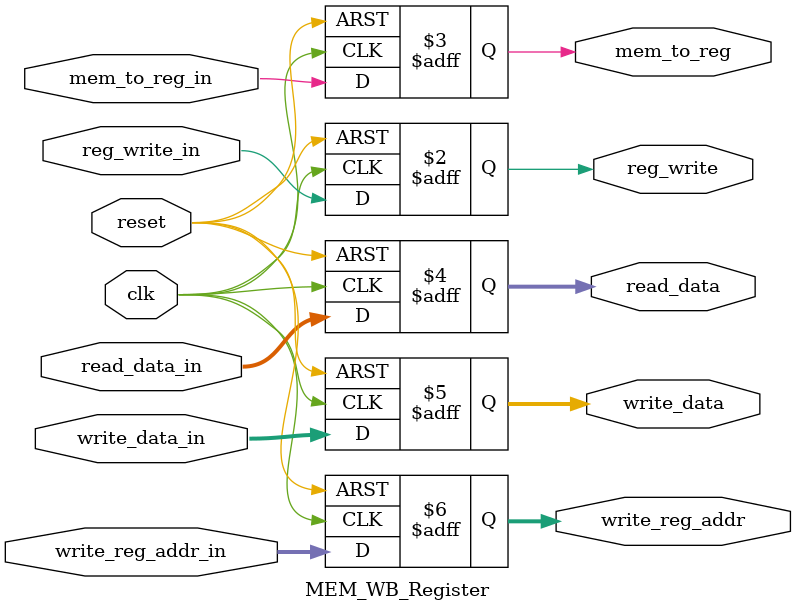
<source format=v>
module MEM_WB_Register (
    input wire clk,
    input wire reset,
    // ========================================================
    // INPUTS (Đến từ EX)
    // ========================================================
	// --- 1. Write back
    input wire       reg_write_in,  // Tín hiệu cho thanh ghi từ EX/MEM
    input wire       mem_to_reg_in,  // Tín hiệu cho Mux từ EX/MEM

    // --- 3. Data Values ---
    input wire [31:0] read_data_in,   // Giá trị dữ liệu cần ghi từ memory   
    input wire [31:0] write_data_in,   // Giá trị sau khi tính toán alu cần ghi 

    // --- 4. Register Addresses ---
    input wire [4:0]  write_reg_addr_in,   // Địa chỉ Thanh ghi cần ghi

    // ========================================================
    // OUTPUTS (Đẩy sang MEM)
    // ========================================================

    
    output reg       reg_write,  // Tín hiệu cho thanh ghi từ EX/MEM
    output reg       mem_to_reg,

    output reg [31:0] read_data,
    output reg [31:0] write_data,
    
    output reg [4:0]  write_reg_addr
);

    always @(posedge clk or posedge reset) begin
        if (reset) begin
            reg_write      <= 0;
            mem_to_reg     <= 0;
           	read_data      <= 32'b0;
            write_data     <= 32'b0;
            write_reg_addr <= 5'b0;
        end else begin
			reg_write      <= reg_write_in;
            mem_to_reg     <= mem_to_reg_in;
           	read_data      <= read_data_in;
            write_data     <= write_data_in;
            write_reg_addr <= write_reg_addr_in;
        end
    end

endmodule
</source>
